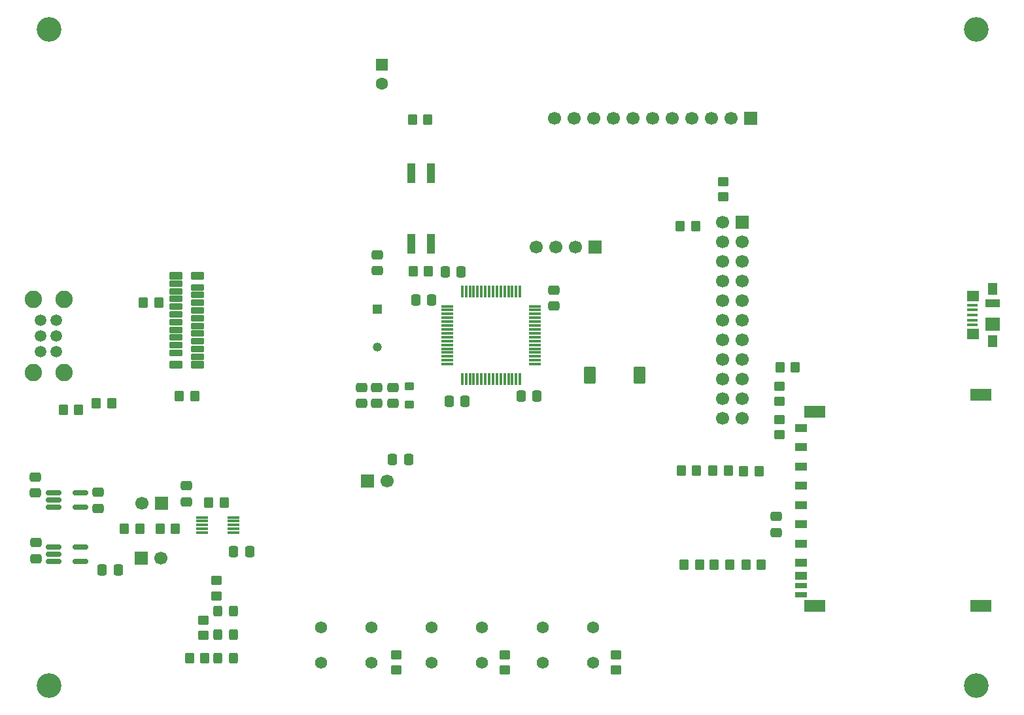
<source format=gts>
G04 #@! TF.GenerationSoftware,KiCad,Pcbnew,9.0.5*
G04 #@! TF.CreationDate,2025-10-18T23:40:24+02:00*
G04 #@! TF.ProjectId,fotoaparat,666f746f-6170-4617-9261-742e6b696361,rev?*
G04 #@! TF.SameCoordinates,Original*
G04 #@! TF.FileFunction,Soldermask,Top*
G04 #@! TF.FilePolarity,Negative*
%FSLAX46Y46*%
G04 Gerber Fmt 4.6, Leading zero omitted, Abs format (unit mm)*
G04 Created by KiCad (PCBNEW 9.0.5) date 2025-10-18 23:40:24*
%MOMM*%
%LPD*%
G01*
G04 APERTURE LIST*
G04 Aperture macros list*
%AMRoundRect*
0 Rectangle with rounded corners*
0 $1 Rounding radius*
0 $2 $3 $4 $5 $6 $7 $8 $9 X,Y pos of 4 corners*
0 Add a 4 corners polygon primitive as box body*
4,1,4,$2,$3,$4,$5,$6,$7,$8,$9,$2,$3,0*
0 Add four circle primitives for the rounded corners*
1,1,$1+$1,$2,$3*
1,1,$1+$1,$4,$5*
1,1,$1+$1,$6,$7*
1,1,$1+$1,$8,$9*
0 Add four rect primitives between the rounded corners*
20,1,$1+$1,$2,$3,$4,$5,0*
20,1,$1+$1,$4,$5,$6,$7,0*
20,1,$1+$1,$6,$7,$8,$9,0*
20,1,$1+$1,$8,$9,$2,$3,0*%
G04 Aperture macros list end*
%ADD10RoundRect,0.250000X-0.550000X0.550000X-0.550000X-0.550000X0.550000X-0.550000X0.550000X0.550000X0*%
%ADD11C,1.600000*%
%ADD12RoundRect,0.250000X0.475000X-0.337500X0.475000X0.337500X-0.475000X0.337500X-0.475000X-0.337500X0*%
%ADD13C,1.575000*%
%ADD14R,1.498600X0.990600*%
%ADD15R,1.498600X0.711200*%
%ADD16R,2.794000X1.498600*%
%ADD17RoundRect,0.250000X-0.475000X0.337500X-0.475000X-0.337500X0.475000X-0.337500X0.475000X0.337500X0*%
%ADD18R,1.700000X1.700000*%
%ADD19C,1.700000*%
%ADD20RoundRect,0.075000X-0.700000X-0.075000X0.700000X-0.075000X0.700000X0.075000X-0.700000X0.075000X0*%
%ADD21RoundRect,0.075000X-0.075000X-0.700000X0.075000X-0.700000X0.075000X0.700000X-0.075000X0.700000X0*%
%ADD22R,1.380000X0.450000*%
%ADD23R,1.550000X1.425000*%
%ADD24R,1.300000X1.650000*%
%ADD25R,1.900000X1.800000*%
%ADD26R,1.900000X1.000000*%
%ADD27C,3.200000*%
%ADD28RoundRect,0.250000X-0.325000X-0.450000X0.325000X-0.450000X0.325000X0.450000X-0.325000X0.450000X0*%
%ADD29RoundRect,0.162500X-0.837500X-0.162500X0.837500X-0.162500X0.837500X0.162500X-0.837500X0.162500X0*%
%ADD30RoundRect,0.250000X-0.350000X-0.450000X0.350000X-0.450000X0.350000X0.450000X-0.350000X0.450000X0*%
%ADD31RoundRect,0.250000X0.350000X0.450000X-0.350000X0.450000X-0.350000X-0.450000X0.350000X-0.450000X0*%
%ADD32RoundRect,0.250000X-0.337500X-0.475000X0.337500X-0.475000X0.337500X0.475000X-0.337500X0.475000X0*%
%ADD33RoundRect,0.250000X0.450000X-0.350000X0.450000X0.350000X-0.450000X0.350000X-0.450000X-0.350000X0*%
%ADD34RoundRect,0.250000X-0.350000X0.275000X-0.350000X-0.275000X0.350000X-0.275000X0.350000X0.275000X0*%
%ADD35RoundRect,0.102000X-0.750000X0.300000X-0.750000X-0.300000X0.750000X-0.300000X0.750000X0.300000X0*%
%ADD36RoundRect,0.102000X-0.750000X0.400000X-0.750000X-0.400000X0.750000X-0.400000X0.750000X0.400000X0*%
%ADD37R,1.192000X1.192000*%
%ADD38C,1.192000*%
%ADD39RoundRect,0.250000X0.337500X0.475000X-0.337500X0.475000X-0.337500X-0.475000X0.337500X-0.475000X0*%
%ADD40RoundRect,0.250000X-0.550000X-0.850000X0.550000X-0.850000X0.550000X0.850000X-0.550000X0.850000X0*%
%ADD41RoundRect,0.250000X-0.450000X0.350000X-0.450000X-0.350000X0.450000X-0.350000X0.450000X0.350000X0*%
%ADD42C,1.500000*%
%ADD43C,2.250000*%
%ADD44R,1.512799X0.330200*%
%ADD45R,1.000000X2.500000*%
G04 APERTURE END LIST*
D10*
X128050000Y-64544887D03*
D11*
X128050000Y-67044887D03*
D12*
X179100000Y-123075000D03*
X179100000Y-125150000D03*
D13*
X120200000Y-137500000D03*
X120200000Y-142000000D03*
X126700000Y-137500000D03*
X126700000Y-142000000D03*
D14*
X182293599Y-114125000D03*
X182293599Y-116625000D03*
X182293599Y-119125000D03*
X182293599Y-121625000D03*
X182293599Y-124125000D03*
X182293599Y-126625000D03*
X182293599Y-129049999D03*
X182293599Y-130750021D03*
X182293599Y-111625000D03*
D15*
X182293599Y-132050001D03*
X182293599Y-133249897D03*
D16*
X184093601Y-134650001D03*
X184093601Y-109550000D03*
X205593601Y-134649998D03*
X205593601Y-107350002D03*
D17*
X83300000Y-126462500D03*
X83300000Y-128537500D03*
D18*
X96900000Y-128500000D03*
D19*
X99440000Y-128500000D03*
D20*
X136525000Y-95850000D03*
X136525000Y-96350000D03*
X136525000Y-96850000D03*
X136525000Y-97350000D03*
X136525000Y-97850000D03*
X136525000Y-98350000D03*
X136525000Y-98850000D03*
X136525000Y-99350000D03*
X136525000Y-99850000D03*
X136525000Y-100350000D03*
X136525000Y-100850000D03*
X136525000Y-101350000D03*
X136525000Y-101850000D03*
X136525000Y-102350000D03*
X136525000Y-102850000D03*
X136525000Y-103350000D03*
D21*
X138450000Y-105275000D03*
X138950000Y-105275000D03*
X139450000Y-105275000D03*
X139950000Y-105275000D03*
X140450000Y-105275000D03*
X140950000Y-105275000D03*
X141450000Y-105275000D03*
X141950000Y-105275000D03*
X142450000Y-105275000D03*
X142950000Y-105275000D03*
X143450000Y-105275000D03*
X143950000Y-105275000D03*
X144450000Y-105275000D03*
X144950000Y-105275000D03*
X145450000Y-105275000D03*
X145950000Y-105275000D03*
D20*
X147875000Y-103350000D03*
X147875000Y-102850000D03*
X147875000Y-102350000D03*
X147875000Y-101850000D03*
X147875000Y-101350000D03*
X147875000Y-100850000D03*
X147875000Y-100350000D03*
X147875000Y-99850000D03*
X147875000Y-99350000D03*
X147875000Y-98850000D03*
X147875000Y-98350000D03*
X147875000Y-97850000D03*
X147875000Y-97350000D03*
X147875000Y-96850000D03*
X147875000Y-96350000D03*
X147875000Y-95850000D03*
D21*
X145950000Y-93925000D03*
X145450000Y-93925000D03*
X144950000Y-93925000D03*
X144450000Y-93925000D03*
X143950000Y-93925000D03*
X143450000Y-93925000D03*
X142950000Y-93925000D03*
X142450000Y-93925000D03*
X141950000Y-93925000D03*
X141450000Y-93925000D03*
X140950000Y-93925000D03*
X140450000Y-93925000D03*
X139950000Y-93925000D03*
X139450000Y-93925000D03*
X138950000Y-93925000D03*
X138450000Y-93925000D03*
D18*
X99540000Y-121400000D03*
D19*
X97000000Y-121400000D03*
D22*
X204475000Y-98300000D03*
X204475000Y-97650000D03*
X204475000Y-97000000D03*
X204475000Y-96350000D03*
X204475000Y-95700000D03*
D23*
X204560000Y-99487000D03*
X204560000Y-94513000D03*
D24*
X207135000Y-100375000D03*
D25*
X207135000Y-98150000D03*
D26*
X207135000Y-95450000D03*
D24*
X207135000Y-93625000D03*
D18*
X155680000Y-88200000D03*
D19*
X153140000Y-88200000D03*
X150600000Y-88200000D03*
X148060000Y-88200000D03*
D27*
X205000000Y-145000000D03*
D12*
X83200000Y-120037500D03*
X83200000Y-117962500D03*
D28*
X106815000Y-138400000D03*
X108865000Y-138400000D03*
D29*
X85580000Y-127050000D03*
X85580000Y-128000000D03*
X85580000Y-128950000D03*
X89000000Y-128950000D03*
X89000000Y-127050000D03*
D30*
X105640000Y-121300000D03*
X107640000Y-121300000D03*
D31*
X99200000Y-95350000D03*
X97200000Y-95350000D03*
D29*
X85580000Y-120000000D03*
X85580000Y-120950000D03*
X85580000Y-121900000D03*
X89000000Y-121900000D03*
X89000000Y-120000000D03*
D27*
X205000000Y-60000000D03*
D30*
X86800000Y-109300000D03*
X88800000Y-109300000D03*
D32*
X132462500Y-95000000D03*
X134537500Y-95000000D03*
D28*
X106815000Y-135360000D03*
X108865000Y-135360000D03*
D33*
X172300000Y-81700000D03*
X172300000Y-79700000D03*
D30*
X170900000Y-117100000D03*
X172900000Y-117100000D03*
D18*
X174740000Y-84925000D03*
D19*
X172200000Y-84925000D03*
X174740000Y-87465000D03*
X172200000Y-87465000D03*
X174740000Y-90005000D03*
X172200000Y-90005000D03*
X174740000Y-92545000D03*
X172200000Y-92545000D03*
X174740000Y-95085000D03*
X172200000Y-95085000D03*
X174740000Y-97625000D03*
X172200000Y-97625000D03*
X174740000Y-100165000D03*
X172200000Y-100165000D03*
X174740000Y-102705000D03*
X172200000Y-102705000D03*
X174740000Y-105245000D03*
X172200000Y-105245000D03*
X174740000Y-107785000D03*
X172200000Y-107785000D03*
X174740000Y-110325000D03*
X172200000Y-110325000D03*
D31*
X105140000Y-141400000D03*
X103140000Y-141400000D03*
D12*
X150300000Y-95837500D03*
X150300000Y-93762500D03*
D27*
X85000000Y-145000000D03*
D17*
X127500000Y-89162500D03*
X127500000Y-91237500D03*
D32*
X108865000Y-127600000D03*
X110940000Y-127600000D03*
D30*
X167200000Y-129300000D03*
X169200000Y-129300000D03*
D17*
X129500000Y-106362500D03*
X129500000Y-108437500D03*
D18*
X175775000Y-71500000D03*
D19*
X173235000Y-71500000D03*
X170695000Y-71500000D03*
X168155000Y-71500000D03*
X165615000Y-71500000D03*
X163075000Y-71500000D03*
X160535000Y-71500000D03*
X157995000Y-71500000D03*
X155455000Y-71500000D03*
X152915000Y-71500000D03*
X150375000Y-71500000D03*
D34*
X131600000Y-106250000D03*
X131600000Y-108550000D03*
D31*
X168700000Y-85500000D03*
X166700000Y-85500000D03*
D30*
X132000000Y-71700000D03*
X134000000Y-71700000D03*
D35*
X104200000Y-102400000D03*
X101400000Y-101900000D03*
X104200000Y-101400000D03*
X101400000Y-100900000D03*
X104200000Y-100400000D03*
X101400000Y-99900000D03*
X104200000Y-99400000D03*
X101400000Y-98900000D03*
X104200000Y-98400000D03*
X101400000Y-97900000D03*
X104200000Y-97400000D03*
X101400000Y-96900000D03*
X104200000Y-96400000D03*
X101400000Y-95900000D03*
X104200000Y-95400000D03*
X101400000Y-94900000D03*
X104200000Y-94400000D03*
X101400000Y-93900000D03*
X104200000Y-93400000D03*
X101400000Y-92900000D03*
D36*
X101400000Y-103400000D03*
X104200000Y-103400000D03*
X101400000Y-91900000D03*
X104200000Y-91900000D03*
D18*
X126160000Y-118500000D03*
D19*
X128700000Y-118500000D03*
D37*
X127500000Y-96260000D03*
D38*
X127500000Y-101140000D03*
D39*
X131500000Y-115700000D03*
X129425000Y-115700000D03*
D27*
X85000000Y-60000000D03*
D40*
X155000000Y-104800000D03*
X161400000Y-104800000D03*
D12*
X102740000Y-121175000D03*
X102740000Y-119100000D03*
D33*
X104940000Y-138500000D03*
X104940000Y-136500000D03*
D31*
X93100000Y-108400000D03*
X91100000Y-108400000D03*
D41*
X179500000Y-110500000D03*
X179500000Y-112500000D03*
D42*
X83900000Y-101700000D03*
X83900000Y-99700000D03*
X83900000Y-97700000D03*
X85900000Y-101700000D03*
X85900000Y-99700000D03*
X85900000Y-97700000D03*
D43*
X82900000Y-104450000D03*
X86900000Y-104450000D03*
X86900000Y-94950000D03*
X82900000Y-94950000D03*
D44*
X108829400Y-125200000D03*
X108829400Y-124699998D03*
X108829400Y-124199999D03*
X108829400Y-123700000D03*
X108829400Y-123199998D03*
X104740000Y-123199998D03*
X104740000Y-123700000D03*
X104740000Y-124199999D03*
X104740000Y-124699998D03*
X104740000Y-125200000D03*
D31*
X103850000Y-107500000D03*
X101850000Y-107500000D03*
D30*
X166800000Y-117100000D03*
X168800000Y-117100000D03*
D13*
X148931000Y-137500000D03*
X148931000Y-142000000D03*
X155431000Y-137500000D03*
X155431000Y-142000000D03*
D33*
X106640000Y-133400000D03*
X106640000Y-131400000D03*
D41*
X158400000Y-141000000D03*
X158400000Y-143000000D03*
D30*
X174900000Y-117200000D03*
X176900000Y-117200000D03*
D39*
X138337500Y-91400000D03*
X136262500Y-91400000D03*
D30*
X175200000Y-129300000D03*
X177200000Y-129300000D03*
D12*
X91300000Y-122037500D03*
X91300000Y-119962500D03*
D41*
X144000000Y-141000000D03*
X144000000Y-143000000D03*
D31*
X96740000Y-124700000D03*
X94740000Y-124700000D03*
D39*
X93937500Y-130000000D03*
X91862500Y-130000000D03*
D45*
X131830000Y-87750000D03*
X134370000Y-87750000D03*
X131830000Y-78650000D03*
X134370000Y-78650000D03*
D32*
X136762500Y-108200000D03*
X138837500Y-108200000D03*
D31*
X181600000Y-103800000D03*
X179600000Y-103800000D03*
D12*
X125400000Y-108437500D03*
X125400000Y-106362500D03*
D17*
X127400000Y-106362500D03*
X127400000Y-108437500D03*
D31*
X134100000Y-91300000D03*
X132100000Y-91300000D03*
D30*
X171100000Y-129300000D03*
X173100000Y-129300000D03*
D41*
X179500000Y-106200000D03*
X179500000Y-108200000D03*
D13*
X134500000Y-137500000D03*
X134500000Y-142000000D03*
X141000000Y-137500000D03*
X141000000Y-142000000D03*
D28*
X106815000Y-141440000D03*
X108865000Y-141440000D03*
D41*
X129900000Y-141000000D03*
X129900000Y-143000000D03*
D32*
X146062500Y-107500000D03*
X148137500Y-107500000D03*
D31*
X101340000Y-124700000D03*
X99340000Y-124700000D03*
M02*

</source>
